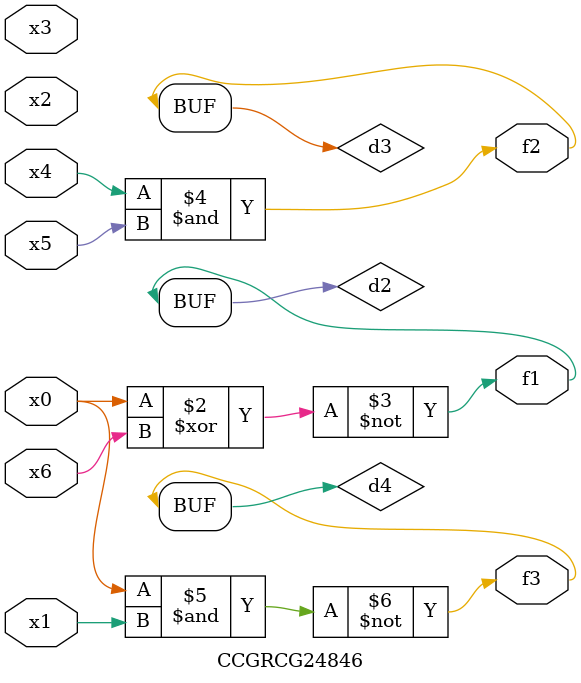
<source format=v>
module CCGRCG24846(
	input x0, x1, x2, x3, x4, x5, x6,
	output f1, f2, f3
);

	wire d1, d2, d3, d4;

	nor (d1, x0);
	xnor (d2, x0, x6);
	and (d3, x4, x5);
	nand (d4, x0, x1);
	assign f1 = d2;
	assign f2 = d3;
	assign f3 = d4;
endmodule

</source>
